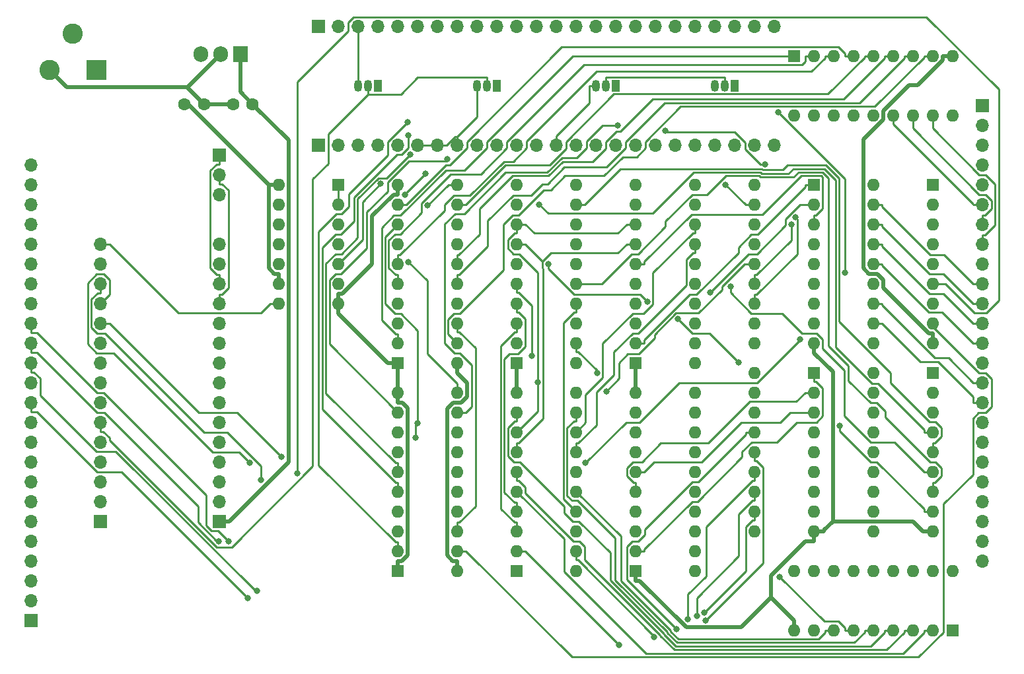
<source format=gbr>
G04 #@! TF.GenerationSoftware,KiCad,Pcbnew,(5.1.4)-1*
G04 #@! TF.CreationDate,2019-10-25T20:14:16-04:00*
G04 #@! TF.ProjectId,A-10C-CautionPanelNonMega,412d3130-432d-4436-9175-74696f6e5061,rev?*
G04 #@! TF.SameCoordinates,Original*
G04 #@! TF.FileFunction,Copper,L2,Bot*
G04 #@! TF.FilePolarity,Positive*
%FSLAX46Y46*%
G04 Gerber Fmt 4.6, Leading zero omitted, Abs format (unit mm)*
G04 Created by KiCad (PCBNEW (5.1.4)-1) date 2019-10-25 20:14:16*
%MOMM*%
%LPD*%
G04 APERTURE LIST*
%ADD10C,1.600000*%
%ADD11R,2.600000X2.600000*%
%ADD12C,2.600000*%
%ADD13R,1.905000X2.000000*%
%ADD14O,1.905000X2.000000*%
%ADD15O,1.700000X1.700000*%
%ADD16R,1.700000X1.700000*%
%ADD17O,1.050000X1.500000*%
%ADD18R,1.050000X1.500000*%
%ADD19R,1.600000X1.600000*%
%ADD20O,1.600000X1.600000*%
%ADD21C,0.800000*%
%ADD22C,0.530000*%
%ADD23C,0.250000*%
G04 APERTURE END LIST*
D10*
X81737200Y-59512200D03*
X79237200Y-59512200D03*
X75525000Y-59512200D03*
X73025000Y-59512200D03*
D11*
X61696600Y-55168800D03*
D12*
X55696600Y-55168800D03*
X58696600Y-50468800D03*
D13*
X80187800Y-53111400D03*
D14*
X77647800Y-53111400D03*
X75107800Y-53111400D03*
D15*
X175260000Y-118110000D03*
X175260000Y-115570000D03*
X175260000Y-113030000D03*
X175260000Y-110490000D03*
X175260000Y-107950000D03*
X175260000Y-105410000D03*
X175260000Y-102870000D03*
X175260000Y-100330000D03*
X175260000Y-97790000D03*
X175260000Y-95250000D03*
X175260000Y-92710000D03*
X175260000Y-90170000D03*
X175260000Y-87630000D03*
X175260000Y-85090000D03*
X175260000Y-82550000D03*
X175260000Y-80010000D03*
X175260000Y-77470000D03*
X175260000Y-74930000D03*
X175260000Y-72390000D03*
X175260000Y-69850000D03*
X175260000Y-67310000D03*
X175260000Y-64770000D03*
X175260000Y-62230000D03*
D16*
X175260000Y-59690000D03*
D15*
X148590000Y-64770000D03*
X146050000Y-64770000D03*
X143510000Y-64770000D03*
X140970000Y-64770000D03*
X138430000Y-64770000D03*
X135890000Y-64770000D03*
X133350000Y-64770000D03*
X130810000Y-64770000D03*
X128270000Y-64770000D03*
X125730000Y-64770000D03*
X123190000Y-64770000D03*
X120650000Y-64770000D03*
X118110000Y-64770000D03*
X115570000Y-64770000D03*
X113030000Y-64770000D03*
X110490000Y-64770000D03*
X107950000Y-64770000D03*
X105410000Y-64770000D03*
X102870000Y-64770000D03*
X100330000Y-64770000D03*
X97790000Y-64770000D03*
X95250000Y-64770000D03*
X92710000Y-64770000D03*
D16*
X90170000Y-64770000D03*
X90170000Y-49530000D03*
D15*
X92710000Y-49530000D03*
X95250000Y-49530000D03*
X97790000Y-49530000D03*
X100330000Y-49530000D03*
X102870000Y-49530000D03*
X105410000Y-49530000D03*
X107950000Y-49530000D03*
X110490000Y-49530000D03*
X113030000Y-49530000D03*
X115570000Y-49530000D03*
X118110000Y-49530000D03*
X120650000Y-49530000D03*
X123190000Y-49530000D03*
X125730000Y-49530000D03*
X128270000Y-49530000D03*
X130810000Y-49530000D03*
X133350000Y-49530000D03*
X135890000Y-49530000D03*
X138430000Y-49530000D03*
X140970000Y-49530000D03*
X143510000Y-49530000D03*
X146050000Y-49530000D03*
X148590000Y-49530000D03*
D16*
X53340000Y-125730000D03*
D15*
X53340000Y-123190000D03*
X53340000Y-120650000D03*
X53340000Y-118110000D03*
X53340000Y-115570000D03*
X53340000Y-113030000D03*
X53340000Y-110490000D03*
X53340000Y-107950000D03*
X53340000Y-105410000D03*
X53340000Y-102870000D03*
X53340000Y-100330000D03*
X53340000Y-97790000D03*
X53340000Y-95250000D03*
X53340000Y-92710000D03*
X53340000Y-90170000D03*
X53340000Y-87630000D03*
X53340000Y-85090000D03*
X53340000Y-82550000D03*
X53340000Y-80010000D03*
X53340000Y-77470000D03*
X53340000Y-74930000D03*
X53340000Y-72390000D03*
X53340000Y-69850000D03*
X53340000Y-67310000D03*
D17*
X96520000Y-57150000D03*
X95250000Y-57150000D03*
D18*
X97790000Y-57150000D03*
X113030000Y-57150000D03*
D17*
X110490000Y-57150000D03*
X111760000Y-57150000D03*
X142240000Y-57150000D03*
X140970000Y-57150000D03*
D18*
X143510000Y-57150000D03*
D16*
X77470000Y-66040000D03*
D15*
X77470000Y-68580000D03*
X77470000Y-71120000D03*
D17*
X127000000Y-57150000D03*
X125730000Y-57150000D03*
D18*
X128270000Y-57150000D03*
D19*
X151130000Y-53340000D03*
D20*
X171450000Y-60960000D03*
X153670000Y-53340000D03*
X168910000Y-60960000D03*
X156210000Y-53340000D03*
X166370000Y-60960000D03*
X158750000Y-53340000D03*
X163830000Y-60960000D03*
X161290000Y-53340000D03*
X161290000Y-60960000D03*
X163830000Y-53340000D03*
X158750000Y-60960000D03*
X166370000Y-53340000D03*
X156210000Y-60960000D03*
X168910000Y-53340000D03*
X153670000Y-60960000D03*
X171450000Y-53340000D03*
X151130000Y-60960000D03*
X161290000Y-69850000D03*
X168910000Y-90170000D03*
X161290000Y-72390000D03*
X168910000Y-87630000D03*
X161290000Y-74930000D03*
X168910000Y-85090000D03*
X161290000Y-77470000D03*
X168910000Y-82550000D03*
X161290000Y-80010000D03*
X168910000Y-80010000D03*
X161290000Y-82550000D03*
X168910000Y-77470000D03*
X161290000Y-85090000D03*
X168910000Y-74930000D03*
X161290000Y-87630000D03*
X168910000Y-72390000D03*
X161290000Y-90170000D03*
D19*
X168910000Y-69850000D03*
D20*
X161290000Y-93980000D03*
X168910000Y-114300000D03*
X161290000Y-96520000D03*
X168910000Y-111760000D03*
X161290000Y-99060000D03*
X168910000Y-109220000D03*
X161290000Y-101600000D03*
X168910000Y-106680000D03*
X161290000Y-104140000D03*
X168910000Y-104140000D03*
X161290000Y-106680000D03*
X168910000Y-101600000D03*
X161290000Y-109220000D03*
X168910000Y-99060000D03*
X161290000Y-111760000D03*
X168910000Y-96520000D03*
X161290000Y-114300000D03*
D19*
X168910000Y-93980000D03*
X153670000Y-93980000D03*
D20*
X146050000Y-114300000D03*
X153670000Y-96520000D03*
X146050000Y-111760000D03*
X153670000Y-99060000D03*
X146050000Y-109220000D03*
X153670000Y-101600000D03*
X146050000Y-106680000D03*
X153670000Y-104140000D03*
X146050000Y-104140000D03*
X153670000Y-106680000D03*
X146050000Y-101600000D03*
X153670000Y-109220000D03*
X146050000Y-99060000D03*
X153670000Y-111760000D03*
X146050000Y-96520000D03*
X153670000Y-114300000D03*
X146050000Y-93980000D03*
X171450000Y-119380000D03*
X151130000Y-127000000D03*
X168910000Y-119380000D03*
X153670000Y-127000000D03*
X166370000Y-119380000D03*
X156210000Y-127000000D03*
X163830000Y-119380000D03*
X158750000Y-127000000D03*
X161290000Y-119380000D03*
X161290000Y-127000000D03*
X158750000Y-119380000D03*
X163830000Y-127000000D03*
X156210000Y-119380000D03*
X166370000Y-127000000D03*
X153670000Y-119380000D03*
X168910000Y-127000000D03*
X151130000Y-119380000D03*
D19*
X171450000Y-127000000D03*
X153670000Y-69850000D03*
D20*
X146050000Y-90170000D03*
X153670000Y-72390000D03*
X146050000Y-87630000D03*
X153670000Y-74930000D03*
X146050000Y-85090000D03*
X153670000Y-77470000D03*
X146050000Y-82550000D03*
X153670000Y-80010000D03*
X146050000Y-80010000D03*
X153670000Y-82550000D03*
X146050000Y-77470000D03*
X153670000Y-85090000D03*
X146050000Y-74930000D03*
X153670000Y-87630000D03*
X146050000Y-72390000D03*
X153670000Y-90170000D03*
X146050000Y-69850000D03*
D16*
X62230000Y-113030000D03*
D15*
X62230000Y-110490000D03*
X62230000Y-107950000D03*
X62230000Y-105410000D03*
X62230000Y-102870000D03*
X62230000Y-100330000D03*
X62230000Y-97790000D03*
X62230000Y-95250000D03*
X62230000Y-92710000D03*
X62230000Y-90170000D03*
X62230000Y-87630000D03*
X62230000Y-85090000D03*
X62230000Y-82550000D03*
X62230000Y-80010000D03*
X62230000Y-77470000D03*
X77470000Y-77470000D03*
X77470000Y-80010000D03*
X77470000Y-82550000D03*
X77470000Y-85090000D03*
X77470000Y-87630000D03*
X77470000Y-90170000D03*
X77470000Y-92710000D03*
X77470000Y-95250000D03*
X77470000Y-97790000D03*
X77470000Y-100330000D03*
X77470000Y-102870000D03*
X77470000Y-105410000D03*
X77470000Y-107950000D03*
X77470000Y-110490000D03*
D16*
X77470000Y-113030000D03*
D19*
X92710000Y-69850000D03*
D20*
X85090000Y-85090000D03*
X92710000Y-72390000D03*
X85090000Y-82550000D03*
X92710000Y-74930000D03*
X85090000Y-80010000D03*
X92710000Y-77470000D03*
X85090000Y-77470000D03*
X92710000Y-80010000D03*
X85090000Y-74930000D03*
X92710000Y-82550000D03*
X85090000Y-72390000D03*
X92710000Y-85090000D03*
X85090000Y-69850000D03*
D19*
X100330000Y-92710000D03*
D20*
X107950000Y-69850000D03*
X100330000Y-90170000D03*
X107950000Y-72390000D03*
X100330000Y-87630000D03*
X107950000Y-74930000D03*
X100330000Y-85090000D03*
X107950000Y-77470000D03*
X100330000Y-82550000D03*
X107950000Y-80010000D03*
X100330000Y-80010000D03*
X107950000Y-82550000D03*
X100330000Y-77470000D03*
X107950000Y-85090000D03*
X100330000Y-74930000D03*
X107950000Y-87630000D03*
X100330000Y-72390000D03*
X107950000Y-90170000D03*
X100330000Y-69850000D03*
X107950000Y-92710000D03*
X107950000Y-119380000D03*
X100330000Y-96520000D03*
X107950000Y-116840000D03*
X100330000Y-99060000D03*
X107950000Y-114300000D03*
X100330000Y-101600000D03*
X107950000Y-111760000D03*
X100330000Y-104140000D03*
X107950000Y-109220000D03*
X100330000Y-106680000D03*
X107950000Y-106680000D03*
X100330000Y-109220000D03*
X107950000Y-104140000D03*
X100330000Y-111760000D03*
X107950000Y-101600000D03*
X100330000Y-114300000D03*
X107950000Y-99060000D03*
X100330000Y-116840000D03*
X107950000Y-96520000D03*
D19*
X100330000Y-119380000D03*
X115570000Y-92710000D03*
D20*
X123190000Y-69850000D03*
X115570000Y-90170000D03*
X123190000Y-72390000D03*
X115570000Y-87630000D03*
X123190000Y-74930000D03*
X115570000Y-85090000D03*
X123190000Y-77470000D03*
X115570000Y-82550000D03*
X123190000Y-80010000D03*
X115570000Y-80010000D03*
X123190000Y-82550000D03*
X115570000Y-77470000D03*
X123190000Y-85090000D03*
X115570000Y-74930000D03*
X123190000Y-87630000D03*
X115570000Y-72390000D03*
X123190000Y-90170000D03*
X115570000Y-69850000D03*
X123190000Y-92710000D03*
X138430000Y-119380000D03*
X130810000Y-96520000D03*
X138430000Y-116840000D03*
X130810000Y-99060000D03*
X138430000Y-114300000D03*
X130810000Y-101600000D03*
X138430000Y-111760000D03*
X130810000Y-104140000D03*
X138430000Y-109220000D03*
X130810000Y-106680000D03*
X138430000Y-106680000D03*
X130810000Y-109220000D03*
X138430000Y-104140000D03*
X130810000Y-111760000D03*
X138430000Y-101600000D03*
X130810000Y-114300000D03*
X138430000Y-99060000D03*
X130810000Y-116840000D03*
X138430000Y-96520000D03*
D19*
X130810000Y-119380000D03*
X115570000Y-119380000D03*
D20*
X123190000Y-96520000D03*
X115570000Y-116840000D03*
X123190000Y-99060000D03*
X115570000Y-114300000D03*
X123190000Y-101600000D03*
X115570000Y-111760000D03*
X123190000Y-104140000D03*
X115570000Y-109220000D03*
X123190000Y-106680000D03*
X115570000Y-106680000D03*
X123190000Y-109220000D03*
X115570000Y-104140000D03*
X123190000Y-111760000D03*
X115570000Y-101600000D03*
X123190000Y-114300000D03*
X115570000Y-99060000D03*
X123190000Y-116840000D03*
X115570000Y-96520000D03*
X123190000Y-119380000D03*
X138430000Y-92710000D03*
X130810000Y-69850000D03*
X138430000Y-90170000D03*
X130810000Y-72390000D03*
X138430000Y-87630000D03*
X130810000Y-74930000D03*
X138430000Y-85090000D03*
X130810000Y-77470000D03*
X138430000Y-82550000D03*
X130810000Y-80010000D03*
X138430000Y-80010000D03*
X130810000Y-82550000D03*
X138430000Y-77470000D03*
X130810000Y-85090000D03*
X138430000Y-74930000D03*
X130810000Y-87630000D03*
X138430000Y-72390000D03*
X130810000Y-90170000D03*
X138430000Y-69850000D03*
D19*
X130810000Y-92710000D03*
D21*
X78684000Y-115602000D03*
X77424200Y-115574500D03*
X82318100Y-121950600D03*
X81152900Y-122851200D03*
X136054900Y-126852900D03*
X139830900Y-125756600D03*
X137506100Y-125586100D03*
X138652600Y-125167000D03*
X139601100Y-124700800D03*
X101236400Y-71137900D03*
X103854800Y-68447700D03*
X142365100Y-69830400D03*
X149143600Y-60565200D03*
X157645200Y-81142500D03*
X127050300Y-96342100D03*
X150771300Y-74964500D03*
X134583400Y-62909500D03*
X147431400Y-67223100D03*
X151298400Y-74016700D03*
X102633300Y-102281000D03*
X102903600Y-100474700D03*
X118270800Y-95171900D03*
X85467100Y-104756700D03*
X81348300Y-105511200D03*
X82836500Y-107742800D03*
X151905500Y-89666200D03*
X124366400Y-105554600D03*
X87494500Y-106843400D03*
X128538000Y-62254800D03*
X106685300Y-66596800D03*
X101917200Y-65945300D03*
X101646600Y-63533500D03*
X101590200Y-61819400D03*
X157000000Y-100793800D03*
X125863100Y-94033200D03*
X142974100Y-82899800D03*
X118482300Y-72390000D03*
X144061700Y-92662800D03*
X136255700Y-87096400D03*
X132309500Y-84864900D03*
X119658900Y-80010000D03*
X117519200Y-91788500D03*
X133207200Y-127889400D03*
X149257300Y-120143800D03*
X128717500Y-128862200D03*
X140377000Y-83708100D03*
X104154700Y-72520000D03*
X101730300Y-79774700D03*
X98166000Y-69731500D03*
D22*
X130810000Y-120645300D02*
X130810000Y-120645400D01*
X130810000Y-120645400D02*
X131341700Y-120645400D01*
X131341700Y-120645400D02*
X137331100Y-126634800D01*
X137331100Y-126634800D02*
X144321700Y-126634800D01*
X144321700Y-126634800D02*
X148175900Y-122780600D01*
X100330000Y-92710000D02*
X99064700Y-92710000D01*
X99064700Y-92710000D02*
X92710000Y-86355300D01*
X100330000Y-92710000D02*
X100330000Y-93342600D01*
X92710000Y-85090000D02*
X92710000Y-86355300D01*
X100330000Y-69850000D02*
X100330000Y-71115300D01*
X92710000Y-85090000D02*
X92710000Y-83824700D01*
X92710000Y-83824700D02*
X93263600Y-83824700D01*
X93263600Y-83824700D02*
X97063200Y-80025100D01*
X97063200Y-80025100D02*
X97063200Y-73843900D01*
X97063200Y-73843900D02*
X99791800Y-71115300D01*
X99791800Y-71115300D02*
X100330000Y-71115300D01*
X151130000Y-125734700D02*
X148175900Y-122780600D01*
X148175900Y-122780600D02*
X148175900Y-120001500D01*
X148175900Y-120001500D02*
X152612100Y-115565300D01*
X152612100Y-115565300D02*
X153670000Y-115565300D01*
X130810000Y-119380000D02*
X130810000Y-120645300D01*
X151130000Y-127000000D02*
X151130000Y-125734700D01*
X153670000Y-114300000D02*
X153670000Y-115565300D01*
X171450000Y-53340000D02*
X170184700Y-53340000D01*
X168910000Y-90170000D02*
X168910000Y-88904700D01*
X168910000Y-88904700D02*
X168381000Y-88904700D01*
X168381000Y-88904700D02*
X162584300Y-83108000D01*
X162584300Y-83108000D02*
X162584300Y-82042000D01*
X162584300Y-82042000D02*
X161822300Y-81280000D01*
X161822300Y-81280000D02*
X160726100Y-81280000D01*
X160726100Y-81280000D02*
X160012400Y-80566300D01*
X160012400Y-80566300D02*
X160012400Y-64037800D01*
X160012400Y-64037800D02*
X162560000Y-61490200D01*
X162560000Y-61490200D02*
X162560000Y-60408100D01*
X162560000Y-60408100D02*
X165868100Y-57100000D01*
X165868100Y-57100000D02*
X166979500Y-57100000D01*
X166979500Y-57100000D02*
X170184700Y-53894800D01*
X170184700Y-53894800D02*
X170184700Y-53340000D01*
X73400700Y-57358500D02*
X57886300Y-57358500D01*
X57886300Y-57358500D02*
X55696600Y-55168800D01*
X77647800Y-53111400D02*
X73400700Y-57358500D01*
X73400700Y-57358500D02*
X73400700Y-57387900D01*
X73400700Y-57387900D02*
X75525000Y-59512200D01*
X79237200Y-59512200D02*
X75525000Y-59512200D01*
X156091300Y-113030000D02*
X156091300Y-93856600D01*
X156091300Y-93856600D02*
X153670000Y-91435300D01*
X167644700Y-114300000D02*
X166374700Y-113030000D01*
X166374700Y-113030000D02*
X156091300Y-113030000D01*
X156091300Y-113030000D02*
X154935300Y-114186000D01*
X154935300Y-114186000D02*
X154935300Y-114300000D01*
X100330000Y-93342600D02*
X100330000Y-93975300D01*
X115570000Y-96520000D02*
X115570000Y-95254700D01*
X115570000Y-92710000D02*
X115570000Y-95254700D01*
X153670000Y-90170000D02*
X153670000Y-91435300D01*
X100330000Y-96520000D02*
X100330000Y-95254700D01*
X100330000Y-95254700D02*
X100330000Y-93975300D01*
X153670000Y-114300000D02*
X154935300Y-114300000D01*
X168910000Y-114300000D02*
X167644700Y-114300000D01*
X100330000Y-96520000D02*
X100330000Y-97785300D01*
X100330000Y-119380000D02*
X100330000Y-118114700D01*
X100330000Y-118114700D02*
X100883600Y-118114700D01*
X100883600Y-118114700D02*
X101604600Y-117393700D01*
X101604600Y-117393700D02*
X101604600Y-98505100D01*
X101604600Y-98505100D02*
X100884800Y-97785300D01*
X100884800Y-97785300D02*
X100330000Y-97785300D01*
X130810000Y-92710000D02*
X130810000Y-96520000D01*
X107950000Y-93975300D02*
X109241900Y-95267200D01*
X109241900Y-95267200D02*
X109241900Y-97022300D01*
X109241900Y-97022300D02*
X108474200Y-97790000D01*
X108474200Y-97790000D02*
X107425200Y-97790000D01*
X107425200Y-97790000D02*
X106675400Y-98539800D01*
X106675400Y-98539800D02*
X106675400Y-117394900D01*
X106675400Y-117394900D02*
X107395200Y-118114700D01*
X107395200Y-118114700D02*
X107950000Y-118114700D01*
X107950000Y-119380000D02*
X107950000Y-118114700D01*
X107950000Y-92710000D02*
X107950000Y-93975300D01*
X85090000Y-82550000D02*
X85090000Y-81284700D01*
X85090000Y-81284700D02*
X84536400Y-81284700D01*
X84536400Y-81284700D02*
X83824700Y-80573000D01*
X83824700Y-80573000D02*
X83824700Y-69850000D01*
X85090000Y-69850000D02*
X83824700Y-69850000D01*
X83824700Y-69850000D02*
X73486900Y-59512200D01*
X73486900Y-59512200D02*
X73025000Y-59512200D01*
D23*
X168910000Y-60960000D02*
X168910000Y-62622800D01*
X168910000Y-62622800D02*
X174867200Y-68580000D01*
X174867200Y-68580000D02*
X175670800Y-68580000D01*
X175670800Y-68580000D02*
X176889700Y-69798900D01*
X176889700Y-69798900D02*
X176889700Y-75032300D01*
X176889700Y-75032300D02*
X175627300Y-76294700D01*
X175627300Y-76294700D02*
X175260000Y-76294700D01*
X175260000Y-77470000D02*
X175260000Y-76294700D01*
X175260000Y-74930000D02*
X175260000Y-73754700D01*
X166370000Y-60960000D02*
X166370000Y-62624200D01*
X166370000Y-62624200D02*
X174865800Y-71120000D01*
X174865800Y-71120000D02*
X175670600Y-71120000D01*
X175670600Y-71120000D02*
X176435300Y-71884700D01*
X176435300Y-71884700D02*
X176435300Y-72946800D01*
X176435300Y-72946800D02*
X175627400Y-73754700D01*
X175627400Y-73754700D02*
X175260000Y-73754700D01*
X175260000Y-72390000D02*
X174084700Y-72390000D01*
X163830000Y-60960000D02*
X163830000Y-62085300D01*
X163830000Y-62085300D02*
X174084700Y-72340000D01*
X174084700Y-72340000D02*
X174084700Y-72390000D01*
X175260000Y-82550000D02*
X174084700Y-82550000D01*
X161290000Y-72390000D02*
X162415300Y-72390000D01*
X162415300Y-72390000D02*
X162415300Y-72671300D01*
X162415300Y-72671300D02*
X168559400Y-78815400D01*
X168559400Y-78815400D02*
X170350100Y-78815400D01*
X170350100Y-78815400D02*
X174084700Y-82550000D01*
X175260000Y-85090000D02*
X174084700Y-85090000D01*
X161290000Y-74930000D02*
X162415300Y-74930000D01*
X162415300Y-74930000D02*
X162415300Y-75211300D01*
X162415300Y-75211300D02*
X168484000Y-81280000D01*
X168484000Y-81280000D02*
X170274700Y-81280000D01*
X170274700Y-81280000D02*
X174084700Y-85090000D01*
X161290000Y-77470000D02*
X162415300Y-77470000D01*
X175260000Y-87630000D02*
X174084700Y-87630000D01*
X174084700Y-87630000D02*
X170274700Y-83820000D01*
X170274700Y-83820000D02*
X168484000Y-83820000D01*
X168484000Y-83820000D02*
X162415300Y-77751300D01*
X162415300Y-77751300D02*
X162415300Y-77470000D01*
X175260000Y-90170000D02*
X174084700Y-90170000D01*
X161290000Y-80010000D02*
X162415300Y-80010000D01*
X162415300Y-80010000D02*
X162415300Y-80232100D01*
X162415300Y-80232100D02*
X168403800Y-86220600D01*
X168403800Y-86220600D02*
X170135300Y-86220600D01*
X170135300Y-86220600D02*
X174084700Y-90170000D01*
X174084700Y-95250000D02*
X170923000Y-92088300D01*
X170923000Y-92088300D02*
X169193900Y-92088300D01*
X169193900Y-92088300D02*
X162415300Y-85309700D01*
X162415300Y-85309700D02*
X162415300Y-85090000D01*
X175260000Y-95250000D02*
X174084700Y-95250000D01*
X161290000Y-85090000D02*
X162415300Y-85090000D01*
X175260000Y-97790000D02*
X174084700Y-97790000D01*
X161290000Y-87630000D02*
X162415300Y-87630000D01*
X162415300Y-87630000D02*
X167324000Y-92538700D01*
X167324000Y-92538700D02*
X169568000Y-92538700D01*
X169568000Y-92538700D02*
X174084700Y-97055400D01*
X174084700Y-97055400D02*
X174084700Y-97790000D01*
X53340000Y-87630000D02*
X53340000Y-88805300D01*
X78684000Y-115602000D02*
X77310100Y-114228100D01*
X77310100Y-114228100D02*
X76444400Y-114228100D01*
X76444400Y-114228100D02*
X75796500Y-113580200D01*
X75796500Y-113580200D02*
X75796500Y-109656000D01*
X75796500Y-109656000D02*
X62660500Y-96520000D01*
X62660500Y-96520000D02*
X61795800Y-96520000D01*
X61795800Y-96520000D02*
X54081100Y-88805300D01*
X54081100Y-88805300D02*
X53340000Y-88805300D01*
X53340000Y-91345300D02*
X54122900Y-91345300D01*
X54122900Y-91345300D02*
X61837600Y-99060000D01*
X61837600Y-99060000D02*
X62719500Y-99060000D01*
X62719500Y-99060000D02*
X74740700Y-111081200D01*
X74740700Y-111081200D02*
X74740700Y-113161300D01*
X74740700Y-113161300D02*
X77153900Y-115574500D01*
X77153900Y-115574500D02*
X77424200Y-115574500D01*
X53340000Y-90170000D02*
X53340000Y-91345300D01*
X53340000Y-93885300D02*
X53707400Y-93885300D01*
X53707400Y-93885300D02*
X54515300Y-94693200D01*
X54515300Y-94693200D02*
X54515300Y-96868400D01*
X54515300Y-96868400D02*
X61692300Y-104045400D01*
X61692300Y-104045400D02*
X64201700Y-104045400D01*
X64201700Y-104045400D02*
X82106900Y-121950600D01*
X82106900Y-121950600D02*
X82318100Y-121950600D01*
X53340000Y-92710000D02*
X53340000Y-93885300D01*
X53340000Y-98965300D02*
X54101400Y-98965300D01*
X54101400Y-98965300D02*
X61816100Y-106680000D01*
X61816100Y-106680000D02*
X64981700Y-106680000D01*
X64981700Y-106680000D02*
X81152900Y-122851200D01*
X53340000Y-97790000D02*
X53340000Y-98965300D01*
X144924700Y-101600000D02*
X144924700Y-101881300D01*
X144924700Y-101881300D02*
X138856000Y-107950000D01*
X138856000Y-107950000D02*
X138068300Y-107950000D01*
X138068300Y-107950000D02*
X131978900Y-114039400D01*
X131978900Y-114039400D02*
X131978900Y-114754800D01*
X131978900Y-114754800D02*
X131163700Y-115570000D01*
X131163700Y-115570000D02*
X130424100Y-115570000D01*
X130424100Y-115570000D02*
X129684600Y-116309500D01*
X129684600Y-116309500D02*
X129684600Y-120482600D01*
X129684600Y-120482600D02*
X136054900Y-126852900D01*
X146050000Y-101600000D02*
X144924700Y-101600000D01*
X146050000Y-105265300D02*
X146331300Y-105265300D01*
X146331300Y-105265300D02*
X147196700Y-106130700D01*
X147196700Y-106130700D02*
X147196700Y-118390800D01*
X147196700Y-118390800D02*
X139830900Y-125756600D01*
X146050000Y-104140000D02*
X146050000Y-105265300D01*
X146050000Y-106680000D02*
X146050000Y-107805300D01*
X146050000Y-107805300D02*
X145768700Y-107805300D01*
X145768700Y-107805300D02*
X139853500Y-113720500D01*
X139853500Y-113720500D02*
X139853500Y-120047100D01*
X139853500Y-120047100D02*
X137506100Y-122394500D01*
X137506100Y-122394500D02*
X137506100Y-125586100D01*
X146050000Y-110345300D02*
X145768700Y-110345300D01*
X145768700Y-110345300D02*
X144024100Y-112089900D01*
X144024100Y-112089900D02*
X144024100Y-117478400D01*
X144024100Y-117478400D02*
X138652700Y-122849800D01*
X138652700Y-122849800D02*
X138652700Y-125167000D01*
X138652700Y-125167000D02*
X138652600Y-125167000D01*
X146050000Y-109220000D02*
X146050000Y-110345300D01*
X146050000Y-112885300D02*
X145768600Y-112885300D01*
X145768600Y-112885300D02*
X144924700Y-113729200D01*
X144924700Y-113729200D02*
X144924700Y-119377200D01*
X144924700Y-119377200D02*
X139601100Y-124700800D01*
X146050000Y-111760000D02*
X146050000Y-112885300D01*
X144924700Y-72390000D02*
X142365100Y-69830400D01*
X103854800Y-68447700D02*
X101236400Y-71066100D01*
X101236400Y-71066100D02*
X101236400Y-71137900D01*
X146050000Y-72390000D02*
X144924700Y-72390000D01*
X157645200Y-81142500D02*
X157645200Y-69066800D01*
X157645200Y-69066800D02*
X149143600Y-60565200D01*
X146050000Y-80010000D02*
X144819000Y-80010000D01*
X144819000Y-80010000D02*
X141891800Y-82937200D01*
X141891800Y-82937200D02*
X141891800Y-83305600D01*
X141891800Y-83305600D02*
X138864000Y-86333400D01*
X138864000Y-86333400D02*
X135993000Y-86333400D01*
X135993000Y-86333400D02*
X133262400Y-89064000D01*
X133262400Y-89064000D02*
X133262400Y-89517800D01*
X133262400Y-89517800D02*
X131195600Y-91584600D01*
X131195600Y-91584600D02*
X129830800Y-91584600D01*
X129830800Y-91584600D02*
X128712400Y-92703000D01*
X128712400Y-92703000D02*
X128712400Y-94680000D01*
X128712400Y-94680000D02*
X127050300Y-96342100D01*
X146050000Y-81424700D02*
X146331300Y-81424700D01*
X146331300Y-81424700D02*
X150771300Y-76984700D01*
X150771300Y-76984700D02*
X150771300Y-74964500D01*
X146050000Y-82550000D02*
X146050000Y-81424700D01*
X147431400Y-67223100D02*
X146792100Y-67223100D01*
X146792100Y-67223100D02*
X144874600Y-65305600D01*
X144874600Y-65305600D02*
X144874600Y-64450000D01*
X144874600Y-64450000D02*
X143507800Y-63083200D01*
X143507800Y-63083200D02*
X134757000Y-63083200D01*
X134757000Y-63083200D02*
X134757000Y-63083100D01*
X134757000Y-63083100D02*
X134583400Y-62909500D01*
X146050000Y-85090000D02*
X146050000Y-83964700D01*
X146050000Y-83964700D02*
X146331300Y-83964700D01*
X146331300Y-83964700D02*
X151518800Y-78777200D01*
X151518800Y-78777200D02*
X151518800Y-74237100D01*
X151518800Y-74237100D02*
X151298400Y-74016700D01*
X95250000Y-57150000D02*
X95250000Y-49530000D01*
X110490000Y-57150000D02*
X110490000Y-61129100D01*
X110490000Y-61129100D02*
X107950000Y-63669100D01*
X105410000Y-64770000D02*
X106585300Y-64770000D01*
X107950000Y-63669100D02*
X107686200Y-63669100D01*
X107686200Y-63669100D02*
X106585300Y-64770000D01*
X107950000Y-64770000D02*
X107950000Y-63669100D01*
X102870000Y-64770000D02*
X105410000Y-64770000D01*
D22*
X77470000Y-113030000D02*
X78785300Y-113030000D01*
X78785300Y-113030000D02*
X86356300Y-105459000D01*
X86356300Y-105459000D02*
X86356300Y-64131300D01*
X86356300Y-64131300D02*
X81737200Y-59512200D01*
X80187800Y-53111400D02*
X80187800Y-57962800D01*
X80187800Y-57962800D02*
X81737200Y-59512200D01*
D23*
X77470000Y-66040000D02*
X77470000Y-67215300D01*
X77470000Y-82550000D02*
X77470000Y-81374700D01*
X77470000Y-81374700D02*
X77102700Y-81374700D01*
X77102700Y-81374700D02*
X76294700Y-80566700D01*
X76294700Y-80566700D02*
X76294700Y-68023200D01*
X76294700Y-68023200D02*
X77102600Y-67215300D01*
X77102600Y-67215300D02*
X77470000Y-67215300D01*
X142240000Y-57150000D02*
X142240000Y-56074700D01*
X127000000Y-57150000D02*
X127000000Y-56074700D01*
X127000000Y-56074700D02*
X142240000Y-56074700D01*
X111760000Y-57150000D02*
X111760000Y-56074700D01*
X96520000Y-58231500D02*
X96520000Y-57150000D01*
X62230000Y-101505300D02*
X62575300Y-101505300D01*
X62575300Y-101505300D02*
X63405300Y-102335300D01*
X63405300Y-102335300D02*
X63405300Y-102612100D01*
X63405300Y-102612100D02*
X77128600Y-116335400D01*
X77128600Y-116335400D02*
X79043700Y-116335400D01*
X79043700Y-116335400D02*
X89445200Y-105933900D01*
X89445200Y-105933900D02*
X89445200Y-69113900D01*
X89445200Y-69113900D02*
X91423000Y-67136100D01*
X91423000Y-67136100D02*
X91423000Y-63328500D01*
X91423000Y-63328500D02*
X96520000Y-58231500D01*
X111760000Y-56074700D02*
X102900900Y-56074700D01*
X102900900Y-56074700D02*
X100744100Y-58231500D01*
X100744100Y-58231500D02*
X96520000Y-58231500D01*
X62230000Y-100330000D02*
X62230000Y-101505300D01*
X120650000Y-64770000D02*
X120650000Y-63594700D01*
X125730000Y-57150000D02*
X124879700Y-57150000D01*
X124879700Y-57150000D02*
X124879700Y-59365000D01*
X124879700Y-59365000D02*
X120650000Y-63594700D01*
X115570000Y-88755300D02*
X115288700Y-88755300D01*
X115288700Y-88755300D02*
X113544000Y-90500000D01*
X113544000Y-90500000D02*
X113544000Y-111430000D01*
X113544000Y-111430000D02*
X115288700Y-113174700D01*
X115288700Y-113174700D02*
X115570000Y-113174700D01*
X115570000Y-87630000D02*
X115570000Y-88755300D01*
X115570000Y-114300000D02*
X115570000Y-113174700D01*
X115570000Y-111760000D02*
X115570000Y-110634700D01*
X115570000Y-85090000D02*
X115570000Y-86215300D01*
X115570000Y-86215300D02*
X115851300Y-86215300D01*
X115851300Y-86215300D02*
X116709300Y-87073300D01*
X116709300Y-87073300D02*
X116709300Y-90631200D01*
X116709300Y-90631200D02*
X115755900Y-91584600D01*
X115755900Y-91584600D02*
X114635200Y-91584600D01*
X114635200Y-91584600D02*
X113994300Y-92225500D01*
X113994300Y-92225500D02*
X113994300Y-109340300D01*
X113994300Y-109340300D02*
X115288700Y-110634700D01*
X115288700Y-110634700D02*
X115570000Y-110634700D01*
X118912800Y-79687500D02*
X118912800Y-80521300D01*
X118912800Y-80521300D02*
X118996900Y-80605400D01*
X118996900Y-80605400D02*
X118996900Y-99869100D01*
X118996900Y-99869100D02*
X115851300Y-103014700D01*
X115851300Y-103014700D02*
X115570000Y-103014700D01*
X129684700Y-77470000D02*
X128559400Y-78595300D01*
X128559400Y-78595300D02*
X120005000Y-78595300D01*
X120005000Y-78595300D02*
X118912800Y-79687500D01*
X118912800Y-79687500D02*
X116695300Y-77470000D01*
X130810000Y-77470000D02*
X129684700Y-77470000D01*
X115570000Y-77470000D02*
X116695300Y-77470000D01*
X115570000Y-104140000D02*
X115570000Y-103014700D01*
X115570000Y-76055300D02*
X115288600Y-76055300D01*
X115288600Y-76055300D02*
X114444700Y-76899200D01*
X114444700Y-76899200D02*
X114444700Y-78002300D01*
X114444700Y-78002300D02*
X115182400Y-78740000D01*
X115182400Y-78740000D02*
X115897500Y-78740000D01*
X115897500Y-78740000D02*
X118270800Y-81113300D01*
X118270800Y-81113300D02*
X118270800Y-95171900D01*
X115570000Y-101600000D02*
X118270800Y-98899200D01*
X118270800Y-98899200D02*
X118270800Y-95171900D01*
X102903600Y-100474700D02*
X102633300Y-100745000D01*
X102633300Y-100745000D02*
X102633300Y-102281000D01*
X102903600Y-100474700D02*
X102903600Y-88547000D01*
X102903600Y-88547000D02*
X100716600Y-86360000D01*
X100716600Y-86360000D02*
X100008500Y-86360000D01*
X100008500Y-86360000D02*
X98737200Y-85088700D01*
X98737200Y-85088700D02*
X98737200Y-76522800D01*
X98737200Y-76522800D02*
X100330000Y-74930000D01*
X115570000Y-74930000D02*
X115570000Y-76055300D01*
X115570000Y-74930000D02*
X116695300Y-74930000D01*
X130810000Y-74930000D02*
X129684700Y-74930000D01*
X129684700Y-74930000D02*
X128559400Y-76055300D01*
X128559400Y-76055300D02*
X117820600Y-76055300D01*
X117820600Y-76055300D02*
X116695300Y-74930000D01*
X123190000Y-101600000D02*
X124421100Y-100368900D01*
X124421100Y-100368900D02*
X124421100Y-96797900D01*
X124421100Y-96797900D02*
X126612000Y-94607000D01*
X126612000Y-94607000D02*
X126612000Y-90191200D01*
X126612000Y-90191200D02*
X130443200Y-86360000D01*
X130443200Y-86360000D02*
X131840200Y-86360000D01*
X131840200Y-86360000D02*
X133034800Y-85165400D01*
X133034800Y-85165400D02*
X133034800Y-81169200D01*
X133034800Y-81169200D02*
X138148700Y-76055300D01*
X138148700Y-76055300D02*
X138430000Y-76055300D01*
X138430000Y-74930000D02*
X138430000Y-76055300D01*
X138430000Y-78595300D02*
X138148600Y-78595300D01*
X138148600Y-78595300D02*
X137304700Y-79439200D01*
X137304700Y-79439200D02*
X137304700Y-82754700D01*
X137304700Y-82754700D02*
X131159400Y-88900000D01*
X131159400Y-88900000D02*
X130456600Y-88900000D01*
X130456600Y-88900000D02*
X128037000Y-91319600D01*
X128037000Y-91319600D02*
X128037000Y-94231800D01*
X128037000Y-94231800D02*
X125784000Y-96484800D01*
X125784000Y-96484800D02*
X125784000Y-100702000D01*
X125784000Y-100702000D02*
X123471300Y-103014700D01*
X123471300Y-103014700D02*
X123190000Y-103014700D01*
X123190000Y-104140000D02*
X123190000Y-103014700D01*
X138430000Y-77470000D02*
X138430000Y-78595300D01*
X62230000Y-87630000D02*
X63405300Y-87630000D01*
X85467100Y-104756700D02*
X79753300Y-99042900D01*
X79753300Y-99042900D02*
X74818200Y-99042900D01*
X74818200Y-99042900D02*
X63405300Y-87630000D01*
X123190000Y-86215300D02*
X122908700Y-86215300D01*
X122908700Y-86215300D02*
X121578500Y-87545500D01*
X121578500Y-87545500D02*
X121578500Y-110148500D01*
X121578500Y-110148500D02*
X123190000Y-111760000D01*
X81348300Y-105511200D02*
X79977100Y-104140000D01*
X79977100Y-104140000D02*
X76618100Y-104140000D01*
X76618100Y-104140000D02*
X63918100Y-91440000D01*
X63918100Y-91440000D02*
X61743400Y-91440000D01*
X61743400Y-91440000D02*
X60595300Y-90291900D01*
X60595300Y-90291900D02*
X60595300Y-82508100D01*
X60595300Y-82508100D02*
X61763800Y-81339600D01*
X61763800Y-81339600D02*
X62687200Y-81339600D01*
X62687200Y-81339600D02*
X63420000Y-82072400D01*
X63420000Y-82072400D02*
X63420000Y-83900000D01*
X63420000Y-83900000D02*
X62230000Y-85090000D01*
X123190000Y-85090000D02*
X123190000Y-86215300D01*
X107950000Y-113174700D02*
X108231300Y-113174700D01*
X108231300Y-113174700D02*
X110288500Y-111117500D01*
X110288500Y-111117500D02*
X110288500Y-90812500D01*
X110288500Y-90812500D02*
X108231300Y-88755300D01*
X108231300Y-88755300D02*
X107950000Y-88755300D01*
X62230000Y-83725300D02*
X61862600Y-83725300D01*
X61862600Y-83725300D02*
X61054700Y-84533200D01*
X61054700Y-84533200D02*
X61054700Y-88122600D01*
X61054700Y-88122600D02*
X61832100Y-88900000D01*
X61832100Y-88900000D02*
X62860200Y-88900000D01*
X62860200Y-88900000D02*
X75560200Y-101600000D01*
X75560200Y-101600000D02*
X78462900Y-101600000D01*
X78462900Y-101600000D02*
X82836500Y-105973600D01*
X82836500Y-105973600D02*
X82836500Y-107742800D01*
X107950000Y-87630000D02*
X107950000Y-88755300D01*
X107950000Y-114300000D02*
X107950000Y-113174700D01*
X62230000Y-82550000D02*
X62230000Y-83725300D01*
X92710000Y-72390000D02*
X92710000Y-69850000D01*
X83964700Y-85090000D02*
X82774100Y-86280600D01*
X82774100Y-86280600D02*
X72215900Y-86280600D01*
X72215900Y-86280600D02*
X63405300Y-77470000D01*
X62230000Y-77470000D02*
X63405300Y-77470000D01*
X85090000Y-85090000D02*
X83964700Y-85090000D01*
X77470000Y-68580000D02*
X77470000Y-69755300D01*
X77470000Y-85090000D02*
X77470000Y-83914700D01*
X77470000Y-83914700D02*
X77837300Y-83914700D01*
X77837300Y-83914700D02*
X78645300Y-83106700D01*
X78645300Y-83106700D02*
X78645300Y-70563200D01*
X78645300Y-70563200D02*
X77837400Y-69755300D01*
X77837400Y-69755300D02*
X77470000Y-69755300D01*
X100330000Y-90170000D02*
X100330000Y-89044700D01*
X100330000Y-89044700D02*
X100048700Y-89044700D01*
X100048700Y-89044700D02*
X98264800Y-87260800D01*
X98264800Y-87260800D02*
X98264800Y-75401800D01*
X98264800Y-75401800D02*
X99862000Y-73804600D01*
X99862000Y-73804600D02*
X100711000Y-73804600D01*
X100711000Y-73804600D02*
X106474900Y-68040700D01*
X106474900Y-68040700D02*
X108881700Y-68040700D01*
X108881700Y-68040700D02*
X111760000Y-65162400D01*
X111760000Y-65162400D02*
X111760000Y-64374800D01*
X111760000Y-64374800D02*
X122794800Y-53340000D01*
X122794800Y-53340000D02*
X151130000Y-53340000D01*
X100330000Y-81424700D02*
X100048700Y-81424700D01*
X100048700Y-81424700D02*
X99187600Y-80563600D01*
X99187600Y-80563600D02*
X99187600Y-77019200D01*
X99187600Y-77019200D02*
X100006800Y-76200000D01*
X100006800Y-76200000D02*
X100684400Y-76200000D01*
X100684400Y-76200000D02*
X103422100Y-73462300D01*
X103422100Y-73462300D02*
X103422100Y-72214300D01*
X103422100Y-72214300D02*
X107145300Y-68491100D01*
X107145300Y-68491100D02*
X110971300Y-68491100D01*
X110971300Y-68491100D02*
X114300000Y-65162400D01*
X114300000Y-65162400D02*
X114300000Y-64361500D01*
X114300000Y-64361500D02*
X124196200Y-54465300D01*
X124196200Y-54465300D02*
X152122800Y-54465300D01*
X152122800Y-54465300D02*
X152544700Y-54043400D01*
X152544700Y-54043400D02*
X152544700Y-53340000D01*
X153670000Y-53340000D02*
X152544700Y-53340000D01*
X100330000Y-82550000D02*
X100330000Y-81424700D01*
X155084700Y-53340000D02*
X155084700Y-53621300D01*
X155084700Y-53621300D02*
X153360700Y-55345300D01*
X153360700Y-55345300D02*
X125806100Y-55345300D01*
X125806100Y-55345300D02*
X116840000Y-64311400D01*
X116840000Y-64311400D02*
X116840000Y-65162300D01*
X116840000Y-65162300D02*
X115117500Y-66884800D01*
X115117500Y-66884800D02*
X113932100Y-66884800D01*
X113932100Y-66884800D02*
X109586200Y-71230700D01*
X109586200Y-71230700D02*
X107512700Y-71230700D01*
X107512700Y-71230700D02*
X106363200Y-72380200D01*
X106363200Y-72380200D02*
X106363200Y-73132800D01*
X106363200Y-73132800D02*
X100611300Y-78884700D01*
X100611300Y-78884700D02*
X100330000Y-78884700D01*
X156210000Y-53340000D02*
X155084700Y-53340000D01*
X100330000Y-80010000D02*
X100330000Y-78884700D01*
X101455300Y-72390000D02*
X106523200Y-67322100D01*
X106523200Y-67322100D02*
X107060200Y-67322100D01*
X107060200Y-67322100D02*
X109220000Y-65162300D01*
X109220000Y-65162300D02*
X109220000Y-64356500D01*
X109220000Y-64356500D02*
X121361800Y-52214700D01*
X121361800Y-52214700D02*
X156780800Y-52214700D01*
X156780800Y-52214700D02*
X157624700Y-53058600D01*
X157624700Y-53058600D02*
X157624700Y-53340000D01*
X158750000Y-53340000D02*
X157624700Y-53340000D01*
X100330000Y-72390000D02*
X101455300Y-72390000D01*
X160164700Y-53340000D02*
X160164700Y-53517000D01*
X160164700Y-53517000D02*
X155456300Y-58225400D01*
X155456300Y-58225400D02*
X128043900Y-58225400D01*
X128043900Y-58225400D02*
X121920000Y-64349300D01*
X121920000Y-64349300D02*
X121920000Y-65196200D01*
X121920000Y-65196200D02*
X119768100Y-67348100D01*
X119768100Y-67348100D02*
X114117200Y-67348100D01*
X114117200Y-67348100D02*
X109075300Y-72390000D01*
X161290000Y-53340000D02*
X160164700Y-53340000D01*
X107950000Y-72390000D02*
X109075300Y-72390000D01*
X107950000Y-78884700D02*
X108158800Y-78884700D01*
X108158800Y-78884700D02*
X110859500Y-76184000D01*
X110859500Y-76184000D02*
X110859500Y-72943700D01*
X110859500Y-72943700D02*
X115078600Y-68724600D01*
X115078600Y-68724600D02*
X119665400Y-68724600D01*
X119665400Y-68724600D02*
X121470700Y-66919300D01*
X121470700Y-66919300D02*
X125270800Y-66919300D01*
X125270800Y-66919300D02*
X127000000Y-65190100D01*
X127000000Y-65190100D02*
X127000000Y-64374400D01*
X127000000Y-64374400D02*
X128394300Y-62980100D01*
X128394300Y-62980100D02*
X128838500Y-62980100D01*
X128838500Y-62980100D02*
X132974600Y-58844000D01*
X132974600Y-58844000D02*
X157482000Y-58844000D01*
X157482000Y-58844000D02*
X162704700Y-53621300D01*
X162704700Y-53621300D02*
X162704700Y-53340000D01*
X163830000Y-53340000D02*
X162704700Y-53340000D01*
X107950000Y-80010000D02*
X107950000Y-78884700D01*
X165244700Y-53340000D02*
X165244700Y-53621300D01*
X165244700Y-53621300D02*
X159481800Y-59384200D01*
X159481800Y-59384200D02*
X134528200Y-59384200D01*
X134528200Y-59384200D02*
X129540000Y-64372400D01*
X129540000Y-64372400D02*
X129540000Y-65162300D01*
X129540000Y-65162300D02*
X127094300Y-67608000D01*
X127094300Y-67608000D02*
X121686100Y-67608000D01*
X121686100Y-67608000D02*
X119524000Y-69770100D01*
X119524000Y-69770100D02*
X118887400Y-69770100D01*
X118887400Y-69770100D02*
X117443300Y-71214200D01*
X117443300Y-71214200D02*
X115110200Y-71214200D01*
X115110200Y-71214200D02*
X111873300Y-74451100D01*
X111873300Y-74451100D02*
X111873300Y-77782700D01*
X111873300Y-77782700D02*
X108231300Y-81424700D01*
X108231300Y-81424700D02*
X107950000Y-81424700D01*
X166370000Y-53340000D02*
X165244700Y-53340000D01*
X107950000Y-82550000D02*
X107950000Y-81424700D01*
X168910000Y-53340000D02*
X167784700Y-53340000D01*
X107950000Y-90170000D02*
X106803300Y-89023300D01*
X106803300Y-89023300D02*
X106803300Y-87109700D01*
X106803300Y-87109700D02*
X107553000Y-86360000D01*
X107553000Y-86360000D02*
X108314200Y-86360000D01*
X108314200Y-86360000D02*
X113905000Y-80769200D01*
X113905000Y-80769200D02*
X113905000Y-74947000D01*
X113905000Y-74947000D02*
X115095500Y-73756500D01*
X115095500Y-73756500D02*
X115847100Y-73756500D01*
X115847100Y-73756500D02*
X119078800Y-70524800D01*
X119078800Y-70524800D02*
X119939700Y-70524800D01*
X119939700Y-70524800D02*
X121739900Y-68724600D01*
X121739900Y-68724600D02*
X126753900Y-68724600D01*
X126753900Y-68724600D02*
X129205200Y-66273300D01*
X129205200Y-66273300D02*
X130972800Y-66273300D01*
X130972800Y-66273300D02*
X132087300Y-65158800D01*
X132087300Y-65158800D02*
X132087300Y-64325200D01*
X132087300Y-64325200D02*
X136577900Y-59834600D01*
X136577900Y-59834600D02*
X161467000Y-59834600D01*
X161467000Y-59834600D02*
X167784700Y-53516900D01*
X167784700Y-53516900D02*
X167784700Y-53340000D01*
X107950000Y-116840000D02*
X109075300Y-116840000D01*
X109075300Y-116840000D02*
X122659400Y-130424100D01*
X122659400Y-130424100D02*
X167081400Y-130424100D01*
X167081400Y-130424100D02*
X170265000Y-127240500D01*
X170265000Y-127240500D02*
X170265000Y-110779500D01*
X170265000Y-110779500D02*
X174044400Y-107000100D01*
X174044400Y-107000100D02*
X174044400Y-99805000D01*
X174044400Y-99805000D02*
X174789400Y-99060000D01*
X174789400Y-99060000D02*
X175715300Y-99060000D01*
X175715300Y-99060000D02*
X176463700Y-98311600D01*
X176463700Y-98311600D02*
X176463700Y-94789100D01*
X176463700Y-94789100D02*
X175654600Y-93980000D01*
X175654600Y-93980000D02*
X174820200Y-93980000D01*
X174820200Y-93980000D02*
X168910000Y-88069800D01*
X168910000Y-88069800D02*
X168910000Y-87630000D01*
X151905500Y-89666200D02*
X151905500Y-89745200D01*
X151905500Y-89745200D02*
X146400700Y-95250000D01*
X146400700Y-95250000D02*
X136370500Y-95250000D01*
X136370500Y-95250000D02*
X131290500Y-100330000D01*
X131290500Y-100330000D02*
X129591000Y-100330000D01*
X129591000Y-100330000D02*
X124366400Y-105554600D01*
X168910000Y-82550000D02*
X170500000Y-82550000D01*
X170500000Y-82550000D02*
X174216900Y-86266900D01*
X174216900Y-86266900D02*
X175785900Y-86266900D01*
X175785900Y-86266900D02*
X177345400Y-84707400D01*
X177345400Y-84707400D02*
X177345400Y-57585300D01*
X177345400Y-57585300D02*
X168084300Y-48324200D01*
X168084300Y-48324200D02*
X94687400Y-48324200D01*
X94687400Y-48324200D02*
X93980000Y-49031600D01*
X93980000Y-49031600D02*
X93980000Y-50160200D01*
X93980000Y-50160200D02*
X87494500Y-56645700D01*
X87494500Y-56645700D02*
X87494500Y-106843400D01*
X107950000Y-99060000D02*
X109075300Y-99060000D01*
X109075300Y-99060000D02*
X109838200Y-98297100D01*
X109838200Y-98297100D02*
X109838200Y-93006300D01*
X109838200Y-93006300D02*
X108271900Y-91440000D01*
X108271900Y-91440000D02*
X107596900Y-91440000D01*
X107596900Y-91440000D02*
X106345500Y-90188600D01*
X106345500Y-90188600D02*
X106345500Y-74892300D01*
X106345500Y-74892300D02*
X107678900Y-73558900D01*
X107678900Y-73558900D02*
X108850100Y-73558900D01*
X108850100Y-73558900D02*
X114134800Y-68274200D01*
X114134800Y-68274200D02*
X119478900Y-68274200D01*
X119478900Y-68274200D02*
X121386700Y-66366400D01*
X121386700Y-66366400D02*
X123282300Y-66366400D01*
X123282300Y-66366400D02*
X124554600Y-65094100D01*
X124554600Y-65094100D02*
X124554600Y-64250600D01*
X124554600Y-64250600D02*
X126550400Y-62254800D01*
X126550400Y-62254800D02*
X128538000Y-62254800D01*
X100330000Y-99060000D02*
X91580300Y-90310300D01*
X91580300Y-90310300D02*
X91580300Y-82057400D01*
X91580300Y-82057400D02*
X92357700Y-81280000D01*
X92357700Y-81280000D02*
X93054300Y-81280000D01*
X93054300Y-81280000D02*
X96378100Y-77956200D01*
X96378100Y-77956200D02*
X96378100Y-73337300D01*
X96378100Y-73337300D02*
X99024400Y-70691000D01*
X99024400Y-70691000D02*
X99024400Y-69551000D01*
X99024400Y-69551000D02*
X101777400Y-66798000D01*
X101777400Y-66798000D02*
X106484100Y-66798000D01*
X106484100Y-66798000D02*
X106685300Y-66596800D01*
X100330000Y-105554700D02*
X100048700Y-105554700D01*
X100048700Y-105554700D02*
X91129900Y-96635900D01*
X91129900Y-96635900D02*
X91129900Y-79970400D01*
X91129900Y-79970400D02*
X92360300Y-78740000D01*
X92360300Y-78740000D02*
X93097400Y-78740000D01*
X93097400Y-78740000D02*
X95186400Y-76651000D01*
X95186400Y-76651000D02*
X95186400Y-71685400D01*
X95186400Y-71685400D02*
X97865600Y-69006200D01*
X97865600Y-69006200D02*
X98856300Y-69006200D01*
X98856300Y-69006200D02*
X101917200Y-65945300D01*
X100330000Y-106680000D02*
X100330000Y-105554700D01*
X100330000Y-108094700D02*
X100048700Y-108094700D01*
X100048700Y-108094700D02*
X90645100Y-98691100D01*
X90645100Y-98691100D02*
X90645100Y-77935200D01*
X90645100Y-77935200D02*
X92380300Y-76200000D01*
X92380300Y-76200000D02*
X93054900Y-76200000D01*
X93054900Y-76200000D02*
X94736100Y-74518800D01*
X94736100Y-74518800D02*
X94736100Y-71498800D01*
X94736100Y-71498800D02*
X100289600Y-65945300D01*
X100289600Y-65945300D02*
X100834700Y-65945300D01*
X100834700Y-65945300D02*
X101646600Y-65133400D01*
X101646600Y-65133400D02*
X101646600Y-63533500D01*
X100330000Y-109220000D02*
X100330000Y-108094700D01*
X100330000Y-115714700D02*
X100048700Y-115714700D01*
X100048700Y-115714700D02*
X90159500Y-105825500D01*
X90159500Y-105825500D02*
X90159500Y-75886400D01*
X90159500Y-75886400D02*
X92454700Y-73591200D01*
X92454700Y-73591200D02*
X93165100Y-73591200D01*
X93165100Y-73591200D02*
X94060700Y-72695600D01*
X94060700Y-72695600D02*
X94060700Y-71074700D01*
X94060700Y-71074700D02*
X99060000Y-66075400D01*
X99060000Y-66075400D02*
X99060000Y-64349600D01*
X99060000Y-64349600D02*
X101590200Y-61819400D01*
X100330000Y-116840000D02*
X100330000Y-115714700D01*
X167784700Y-111760000D02*
X167784700Y-111478700D01*
X167784700Y-111478700D02*
X161716000Y-105410000D01*
X161716000Y-105410000D02*
X160946800Y-105410000D01*
X160946800Y-105410000D02*
X157000000Y-101463200D01*
X157000000Y-101463200D02*
X157000000Y-100793800D01*
X123190000Y-91295300D02*
X123471300Y-91295300D01*
X123471300Y-91295300D02*
X125863100Y-93687100D01*
X125863100Y-93687100D02*
X125863100Y-94033200D01*
X123190000Y-90170000D02*
X123190000Y-91295300D01*
X168910000Y-111760000D02*
X167784700Y-111760000D01*
X124315300Y-82550000D02*
X124315300Y-82549900D01*
X124315300Y-82549900D02*
X126533800Y-82549900D01*
X126533800Y-82549900D02*
X130343700Y-78740000D01*
X130343700Y-78740000D02*
X131137500Y-78740000D01*
X131137500Y-78740000D02*
X134652700Y-75224800D01*
X134652700Y-75224800D02*
X134652700Y-74559000D01*
X134652700Y-74559000D02*
X138091700Y-71120000D01*
X138091700Y-71120000D02*
X139995900Y-71120000D01*
X139995900Y-71120000D02*
X142417600Y-68698300D01*
X142417600Y-68698300D02*
X146607100Y-68698300D01*
X146607100Y-68698300D02*
X146774400Y-68865600D01*
X146774400Y-68865600D02*
X151084200Y-68865600D01*
X151084200Y-68865600D02*
X151701900Y-68247900D01*
X151701900Y-68247900D02*
X154802100Y-68247900D01*
X154802100Y-68247900D02*
X155563500Y-69009300D01*
X155563500Y-69009300D02*
X155563500Y-90512500D01*
X155563500Y-90512500D02*
X158118800Y-93067800D01*
X158118800Y-93067800D02*
X158118800Y-94978300D01*
X158118800Y-94978300D02*
X160930500Y-97790000D01*
X160930500Y-97790000D02*
X161696400Y-97790000D01*
X161696400Y-97790000D02*
X162840700Y-98934300D01*
X162840700Y-98934300D02*
X162840700Y-99668200D01*
X162840700Y-99668200D02*
X168582500Y-105410000D01*
X168582500Y-105410000D02*
X169263800Y-105410000D01*
X169263800Y-105410000D02*
X170039900Y-106186100D01*
X170039900Y-106186100D02*
X170039900Y-107246100D01*
X170039900Y-107246100D02*
X169191300Y-108094700D01*
X169191300Y-108094700D02*
X168910000Y-108094700D01*
X123190000Y-82550000D02*
X124315300Y-82550000D01*
X168910000Y-109220000D02*
X168910000Y-108094700D01*
X168910000Y-106680000D02*
X167784700Y-106680000D01*
X142974100Y-82899800D02*
X142974100Y-83664600D01*
X142974100Y-83664600D02*
X145669500Y-86360000D01*
X145669500Y-86360000D02*
X149625200Y-86360000D01*
X149625200Y-86360000D02*
X152165200Y-88900000D01*
X152165200Y-88900000D02*
X153996100Y-88900000D01*
X153996100Y-88900000D02*
X154795400Y-89699300D01*
X154795400Y-89699300D02*
X154795400Y-90828200D01*
X154795400Y-90828200D02*
X157595500Y-93628300D01*
X157595500Y-93628300D02*
X157595500Y-99497100D01*
X157595500Y-99497100D02*
X160968400Y-102870000D01*
X160968400Y-102870000D02*
X163974700Y-102870000D01*
X163974700Y-102870000D02*
X167784700Y-106680000D01*
X124315300Y-72390000D02*
X128907900Y-67797400D01*
X128907900Y-67797400D02*
X146980000Y-67797400D01*
X146980000Y-67797400D02*
X147147600Y-67965000D01*
X147147600Y-67965000D02*
X149676100Y-67965000D01*
X149676100Y-67965000D02*
X150326400Y-67314700D01*
X150326400Y-67314700D02*
X155204600Y-67314700D01*
X155204600Y-67314700D02*
X156914400Y-69024500D01*
X156914400Y-69024500D02*
X156914400Y-87406300D01*
X156914400Y-87406300D02*
X163507500Y-93999400D01*
X163507500Y-93999400D02*
X163507500Y-95266000D01*
X163507500Y-95266000D02*
X168487500Y-100246000D01*
X168487500Y-100246000D02*
X169227100Y-100246000D01*
X169227100Y-100246000D02*
X170035300Y-101054200D01*
X170035300Y-101054200D02*
X170035300Y-102170800D01*
X170035300Y-102170800D02*
X169191400Y-103014700D01*
X169191400Y-103014700D02*
X168910000Y-103014700D01*
X168910000Y-104140000D02*
X168910000Y-103014700D01*
X123190000Y-72390000D02*
X124315300Y-72390000D01*
X118482300Y-72390000D02*
X119612300Y-73520000D01*
X119612300Y-73520000D02*
X133017400Y-73520000D01*
X133017400Y-73520000D02*
X138289500Y-68247900D01*
X138289500Y-68247900D02*
X146793600Y-68247900D01*
X146793600Y-68247900D02*
X146961000Y-68415300D01*
X146961000Y-68415300D02*
X150411800Y-68415300D01*
X150411800Y-68415300D02*
X151029500Y-67797600D01*
X151029500Y-67797600D02*
X154988700Y-67797600D01*
X154988700Y-67797600D02*
X156434200Y-69243100D01*
X156434200Y-69243100D02*
X156434200Y-90726500D01*
X156434200Y-90726500D02*
X161102300Y-95394600D01*
X161102300Y-95394600D02*
X161860600Y-95394600D01*
X161860600Y-95394600D02*
X167784700Y-101318700D01*
X167784700Y-101318700D02*
X167784700Y-101600000D01*
X168910000Y-101600000D02*
X167784700Y-101600000D01*
X132309500Y-84864900D02*
X131409200Y-83964600D01*
X131409200Y-83964600D02*
X122968000Y-83964600D01*
X122968000Y-83964600D02*
X119658900Y-80655500D01*
X119658900Y-80655500D02*
X119658900Y-80010000D01*
X136255700Y-87096400D02*
X138059300Y-88900000D01*
X138059300Y-88900000D02*
X140298900Y-88900000D01*
X140298900Y-88900000D02*
X144061700Y-92662800D01*
X115570000Y-82550000D02*
X115570000Y-83675300D01*
X115570000Y-83675300D02*
X115851300Y-83675300D01*
X115851300Y-83675300D02*
X117519200Y-85343200D01*
X117519200Y-85343200D02*
X117519200Y-91788500D01*
X153670000Y-95105300D02*
X153951400Y-95105300D01*
X153951400Y-95105300D02*
X154795300Y-95949200D01*
X154795300Y-95949200D02*
X154795300Y-99540800D01*
X154795300Y-99540800D02*
X154006100Y-100330000D01*
X154006100Y-100330000D02*
X151453100Y-100330000D01*
X151453100Y-100330000D02*
X148913100Y-102870000D01*
X148913100Y-102870000D02*
X145715700Y-102870000D01*
X145715700Y-102870000D02*
X144474300Y-104111400D01*
X144474300Y-104111400D02*
X144474300Y-104782400D01*
X144474300Y-104782400D02*
X138766700Y-110490000D01*
X138766700Y-110490000D02*
X138092400Y-110490000D01*
X138092400Y-110490000D02*
X131935300Y-116647100D01*
X131935300Y-116647100D02*
X131935300Y-116840000D01*
X153670000Y-93980000D02*
X153670000Y-95105300D01*
X130810000Y-116840000D02*
X131935300Y-116840000D01*
X153670000Y-96520000D02*
X152544700Y-96520000D01*
X130810000Y-109220000D02*
X130810000Y-108094700D01*
X130810000Y-108094700D02*
X130528700Y-108094700D01*
X130528700Y-108094700D02*
X129673900Y-107239900D01*
X129673900Y-107239900D02*
X129673900Y-106194400D01*
X129673900Y-106194400D02*
X130458300Y-105410000D01*
X130458300Y-105410000D02*
X131629700Y-105410000D01*
X131629700Y-105410000D02*
X134039200Y-103000500D01*
X134039200Y-103000500D02*
X140089400Y-103000500D01*
X140089400Y-103000500D02*
X145444600Y-97645300D01*
X145444600Y-97645300D02*
X151419400Y-97645300D01*
X151419400Y-97645300D02*
X152544700Y-96520000D01*
X130810000Y-106680000D02*
X131935300Y-106680000D01*
X131935300Y-106680000D02*
X133205300Y-105410000D01*
X133205300Y-105410000D02*
X139257300Y-105410000D01*
X139257300Y-105410000D02*
X144337300Y-100330000D01*
X144337300Y-100330000D02*
X149371600Y-100330000D01*
X149371600Y-100330000D02*
X150641600Y-99060000D01*
X150641600Y-99060000D02*
X153670000Y-99060000D01*
X123190000Y-117965300D02*
X123408600Y-117965300D01*
X123408600Y-117965300D02*
X133207200Y-127763900D01*
X133207200Y-127763900D02*
X133207200Y-127889400D01*
X123190000Y-116840000D02*
X123190000Y-117965300D01*
X123190000Y-109220000D02*
X128914900Y-114944900D01*
X128914900Y-114944900D02*
X128914900Y-120629100D01*
X128914900Y-120629100D02*
X135329600Y-127043800D01*
X135329600Y-127043800D02*
X135329600Y-127153400D01*
X135329600Y-127153400D02*
X136306100Y-128129900D01*
X136306100Y-128129900D02*
X154236100Y-128129900D01*
X154236100Y-128129900D02*
X155084700Y-127281300D01*
X155084700Y-127281300D02*
X155084700Y-127000000D01*
X156210000Y-127000000D02*
X155084700Y-127000000D01*
X158750000Y-127000000D02*
X157624700Y-127000000D01*
X149257300Y-120143800D02*
X154988200Y-125874700D01*
X154988200Y-125874700D02*
X156780800Y-125874700D01*
X156780800Y-125874700D02*
X157624700Y-126718600D01*
X157624700Y-126718600D02*
X157624700Y-127000000D01*
X123190000Y-100185300D02*
X122908700Y-100185300D01*
X122908700Y-100185300D02*
X122028900Y-101065100D01*
X122028900Y-101065100D02*
X122028900Y-109723500D01*
X122028900Y-109723500D02*
X122650800Y-110345400D01*
X122650800Y-110345400D02*
X123367100Y-110345400D01*
X123367100Y-110345400D02*
X128212300Y-115190600D01*
X128212300Y-115190600D02*
X128212300Y-120563400D01*
X128212300Y-120563400D02*
X134879300Y-127230400D01*
X134879300Y-127230400D02*
X134879300Y-127340000D01*
X134879300Y-127340000D02*
X136124900Y-128585600D01*
X136124900Y-128585600D02*
X158860400Y-128585600D01*
X158860400Y-128585600D02*
X160164700Y-127281300D01*
X160164700Y-127281300D02*
X160164700Y-127000000D01*
X161290000Y-127000000D02*
X160164700Y-127000000D01*
X123190000Y-99060000D02*
X123190000Y-100185300D01*
X115570000Y-100185300D02*
X115288600Y-100185300D01*
X115288600Y-100185300D02*
X114444700Y-101029200D01*
X114444700Y-101029200D02*
X114444700Y-104634900D01*
X114444700Y-104634900D02*
X115219800Y-105410000D01*
X115219800Y-105410000D02*
X115971900Y-105410000D01*
X115971900Y-105410000D02*
X121689300Y-111127400D01*
X121689300Y-111127400D02*
X121689300Y-111916900D01*
X121689300Y-111916900D02*
X122802400Y-113030000D01*
X122802400Y-113030000D02*
X123559000Y-113030000D01*
X123559000Y-113030000D02*
X127587200Y-117058200D01*
X127587200Y-117058200D02*
X127587200Y-120575200D01*
X127587200Y-120575200D02*
X134429000Y-127417000D01*
X134429000Y-127417000D02*
X134429000Y-127526600D01*
X134429000Y-127526600D02*
X135940500Y-129038100D01*
X135940500Y-129038100D02*
X160947900Y-129038100D01*
X160947900Y-129038100D02*
X162704700Y-127281300D01*
X162704700Y-127281300D02*
X162704700Y-127000000D01*
X163830000Y-127000000D02*
X162704700Y-127000000D01*
X115570000Y-99060000D02*
X115570000Y-100185300D01*
X115570000Y-107805300D02*
X115851400Y-107805300D01*
X115851400Y-107805300D02*
X116695300Y-108649200D01*
X116695300Y-108649200D02*
X116695300Y-109396900D01*
X116695300Y-109396900D02*
X122868400Y-115570000D01*
X122868400Y-115570000D02*
X123592000Y-115570000D01*
X123592000Y-115570000D02*
X124315400Y-116293400D01*
X124315400Y-116293400D02*
X124315400Y-117940300D01*
X124315400Y-117940300D02*
X133978700Y-127603600D01*
X133978700Y-127603600D02*
X133978700Y-127713200D01*
X133978700Y-127713200D02*
X135768700Y-129503200D01*
X135768700Y-129503200D02*
X163022800Y-129503200D01*
X163022800Y-129503200D02*
X165244700Y-127281300D01*
X165244700Y-127281300D02*
X165244700Y-127000000D01*
X166370000Y-127000000D02*
X165244700Y-127000000D01*
X115570000Y-106680000D02*
X115570000Y-107805300D01*
X168910000Y-127000000D02*
X167784700Y-127000000D01*
X115570000Y-109220000D02*
X121635400Y-115285400D01*
X121635400Y-115285400D02*
X121635400Y-119461900D01*
X121635400Y-119461900D02*
X132145600Y-129972100D01*
X132145600Y-129972100D02*
X165093900Y-129972100D01*
X165093900Y-129972100D02*
X167784700Y-127281300D01*
X167784700Y-127281300D02*
X167784700Y-127000000D01*
X116695300Y-116840000D02*
X128717500Y-128862200D01*
X115570000Y-116840000D02*
X116695300Y-116840000D01*
X153670000Y-69850000D02*
X152544700Y-69850000D01*
X130810000Y-90170000D02*
X131935300Y-90170000D01*
X131935300Y-90170000D02*
X131935300Y-89748000D01*
X131935300Y-89748000D02*
X137718700Y-83964600D01*
X137718700Y-83964600D02*
X138636300Y-83964600D01*
X138636300Y-83964600D02*
X143990500Y-78610400D01*
X143990500Y-78610400D02*
X143990500Y-77881700D01*
X143990500Y-77881700D02*
X145672200Y-76200000D01*
X145672200Y-76200000D02*
X146476000Y-76200000D01*
X146476000Y-76200000D02*
X152544700Y-70131300D01*
X152544700Y-70131300D02*
X152544700Y-69850000D01*
X152544700Y-72390000D02*
X151899400Y-72390000D01*
X151899400Y-72390000D02*
X150046000Y-74243400D01*
X150046000Y-74243400D02*
X150046000Y-75073800D01*
X150046000Y-75073800D02*
X146362700Y-78757100D01*
X146362700Y-78757100D02*
X145328000Y-78757100D01*
X145328000Y-78757100D02*
X140377000Y-83708100D01*
X153670000Y-72390000D02*
X152544700Y-72390000D01*
X153670000Y-74930000D02*
X153670000Y-73804700D01*
X130810000Y-80010000D02*
X131935300Y-80010000D01*
X131935300Y-80010000D02*
X131935300Y-79728700D01*
X131935300Y-79728700D02*
X138004000Y-73660000D01*
X138004000Y-73660000D02*
X147108700Y-73660000D01*
X147108700Y-73660000D02*
X152044100Y-68724600D01*
X152044100Y-68724600D02*
X154641900Y-68724600D01*
X154641900Y-68724600D02*
X154795300Y-68878000D01*
X154795300Y-68878000D02*
X154795300Y-72960800D01*
X154795300Y-72960800D02*
X153951400Y-73804700D01*
X153951400Y-73804700D02*
X153670000Y-73804700D01*
X106824700Y-69850000D02*
X104154700Y-72520000D01*
X107950000Y-69850000D02*
X106824700Y-69850000D01*
X107950000Y-95394700D02*
X104116000Y-91560700D01*
X104116000Y-91560700D02*
X104116000Y-82160400D01*
X104116000Y-82160400D02*
X101730300Y-79774700D01*
X107950000Y-96520000D02*
X107950000Y-95394700D01*
X98166000Y-69731500D02*
X95861900Y-72035600D01*
X95861900Y-72035600D02*
X95861900Y-76858100D01*
X95861900Y-76858100D02*
X92710000Y-80010000D01*
M02*

</source>
